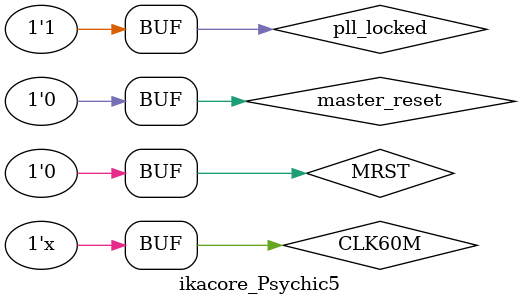
<source format=sv>
/*
    Copyright (C) 2022 Sehyeon Kim(Raki)
    
    This program is free software; you can redistribute it and/or
    modify it under the terms of the GNU General Public License
    as published by the Free Software Foundation; either version 2
    of the License, or any later version.
    
    This program is distributed in the hope that it will be useful,
    but WITHOUT ANY WARRANTY; without even the implied warranty of
    MERCHANTABILITY or FITNESS FOR A PARTICULAR PURPOSE. See the
    GNU General Public License for more details.
    
    You should have received a copy of the GNU General Public License
    along with this program; if not, write to the Free Software
    Foundation, Inc., 51 Franklin Street, Fifth Floor, Boston, MA 02110-1301, USA.
*/

`timescale 10ns / 10ns
module ikacore_Psychic5 (

);

//ioctl
wire    [15:0]  ioctl_index;
wire            ioctl_download;
wire    [26:0]  ioctl_addr;
wire    [7:0]   ioctl_data;
wire            ioctl_wr;
wire            ioctl_wait;

//SDRAM
wire    [15:0]  SDRAM_DQ;
wire    [12:0]  SDRAM_A;
wire            SDRAM_DQML;
wire            SDRAM_DQMH;
wire    [1:0]   SDRAM_BA;
wire            SDRAM_nWE;
wire            SDRAM_nCAS;
wire            SDRAM_nRAS;
wire            SDRAM_nCS;
wire            SDRAM_CKE;

//clock
reg             CLK60M = 1'b0;
always #1 CLK60M <= ~CLK60M;

reg             MRST = 1'b1;
initial #1200 MRST <= 1'b0;

reg             pll_locked = 1'b0;
initial #3500 pll_locked <= 1'b1;



ioctl_test ioctl_test (
    .i_HPSIO_CLK                (CLK60M                     ),
    .i_RST                      (MRST                       ),

    .o_IOCTL_INDEX              (ioctl_index                ),
    .o_IOCTL_DOWNLOAD           (ioctl_download             ),
    .o_IOCTL_ADDR               (ioctl_addr                 ),
    .o_IOCTL_DATA               (ioctl_data                 ),
    .o_IOCTL_WR                 (ioctl_wr                   ),
    .i_IOCTL_WAIT               (ioctl_wait                 )
);

mt48lc16m16a2 sdram_main (
    .Dq                         (SDRAM_DQ                   ),
    .Addr                       (SDRAM_A                    ),
    .Ba                         (SDRAM_BA                   ),
    .Clk                        (CLK60M                     ),
    .Cke                        (SDRAM_CKE                  ),
    .Cs_n                       (SDRAM_nCS                  ),
    .Ras_n                      (SDRAM_nRAS                 ),
    .Cas_n                      (SDRAM_nCAS                 ),
    .We_n                       (SDRAM_nWE                  ),
    .Dqm                        ({SDRAM_DQMH, SDRAM_DQML}   ),

    .downloading                (                           ),
    .VS                         (                           ),
    .frame_cnt                  (                           )
);






///////////////////////////////////////////////////////////
//////  CORE
////


wire            hsync_n, vsync_n;
wire            hblank_n, vblank_n;
wire    [3:0]   video_r, video_g, video_b; //need to use color conversion LUT
wire            pxcen;
wire            master_reset = MRST | ~pll_locked;


Psychic5_emu emulator_top (
    .i_EMU_MCLK                 (CLK60M                     ),
    .i_EMU_INITRST              (master_reset               ),
    .i_EMU_SOFTRST              (1'b0                       ),

    .o_HSYNC_n                  (hsync_n                    ),
    .o_VSYNC_n                  (vsync_n                    ),
    .o_HBLANK_n                 (hblank_n                   ),
    .o_VBLANK_n                 (vblank_n                   ),

    .o_VIDEO_R                  (video_r                    ),
    .o_VIDEO_G                  (video_g                    ),
    .o_VIDEO_B                  (video_b                    ),

    .o_SOUND                    (                           ),

    .o_PXCEN                    (pxcen                      ),

    .i_JOYSTICK0                (16'h00                     ),
    .i_JOYSTICK1                (16'h00                     ),

    .ioctl_index                (ioctl_index                ),
    .ioctl_download             (ioctl_download             ),
    .ioctl_addr                 (ioctl_addr                 ),
    .ioctl_data                 (ioctl_data                 ),
    .ioctl_wr                   (ioctl_wr                   ),
    .ioctl_wait                 (ioctl_wait                 ),

    .sdram_dq                   (SDRAM_DQ                   ),
    .sdram_a                    (SDRAM_A                    ),
    .sdram_dqml                 (SDRAM_DQML                 ),
    .sdram_dqmh                 (SDRAM_DQMH                 ),
    .sdram_ba                   (SDRAM_BA                   ),
    .sdram_nwe                  (SDRAM_nWE                  ),
    .sdram_ncas                 (SDRAM_nCAS                 ),
    .sdram_nras                 (SDRAM_nRAS                 ),
    .sdram_ncs                  (SDRAM_nCS                  ),
    .sdram_cke                  (SDRAM_CKE                  )
);


endmodule
</source>
